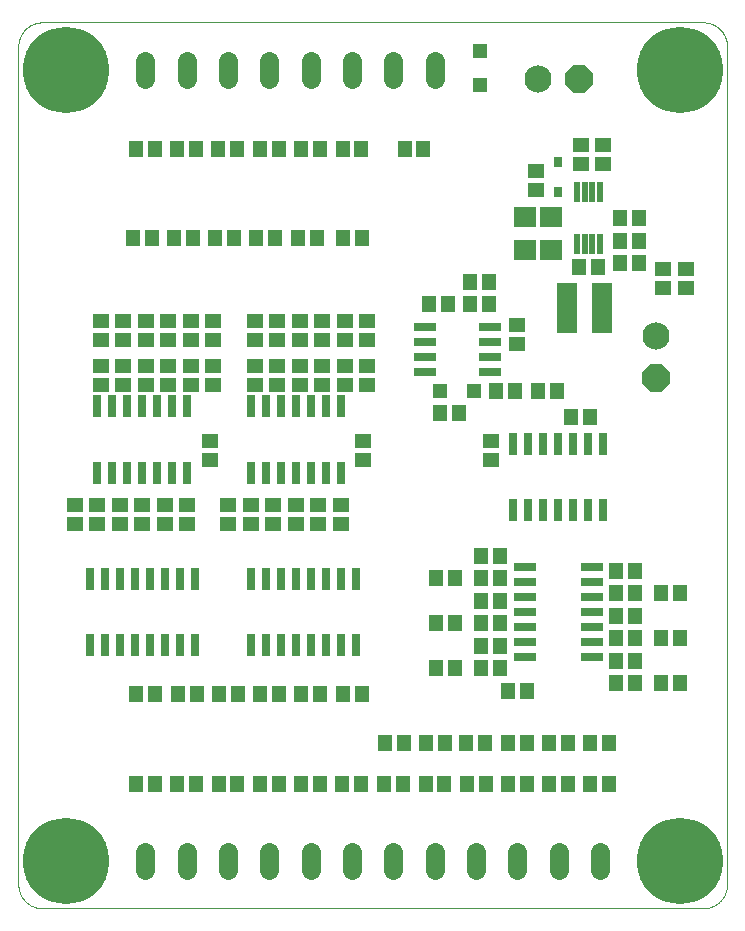
<source format=gts>
G75*
%MOIN*%
%OFA0B0*%
%FSLAX25Y25*%
%IPPOS*%
%LPD*%
%AMOC8*
5,1,8,0,0,1.08239X$1,22.5*
%
%ADD10C,0.00400*%
%ADD11R,0.04731X0.05518*%
%ADD12R,0.02172X0.06896*%
%ADD13R,0.06699X0.16935*%
%ADD14R,0.05518X0.04731*%
%ADD15R,0.07487X0.06699*%
%ADD16R,0.04731X0.04731*%
%ADD17C,0.09061*%
%ADD18OC8,0.09061*%
%ADD19R,0.03156X0.07290*%
%ADD20R,0.02762X0.03550*%
%ADD21C,0.06337*%
%ADD22R,0.07290X0.03156*%
%ADD23C,0.28746*%
D10*
X0001394Y0009268D02*
X0001394Y0288795D01*
X0001396Y0288985D01*
X0001403Y0289175D01*
X0001415Y0289365D01*
X0001431Y0289555D01*
X0001451Y0289744D01*
X0001477Y0289933D01*
X0001506Y0290121D01*
X0001541Y0290308D01*
X0001580Y0290494D01*
X0001623Y0290679D01*
X0001671Y0290864D01*
X0001723Y0291047D01*
X0001779Y0291228D01*
X0001840Y0291408D01*
X0001906Y0291587D01*
X0001975Y0291764D01*
X0002049Y0291940D01*
X0002127Y0292113D01*
X0002210Y0292285D01*
X0002296Y0292454D01*
X0002386Y0292622D01*
X0002481Y0292787D01*
X0002579Y0292950D01*
X0002682Y0293110D01*
X0002788Y0293268D01*
X0002898Y0293423D01*
X0003011Y0293576D01*
X0003129Y0293726D01*
X0003250Y0293872D01*
X0003374Y0294016D01*
X0003502Y0294157D01*
X0003633Y0294295D01*
X0003768Y0294430D01*
X0003906Y0294561D01*
X0004047Y0294689D01*
X0004191Y0294813D01*
X0004337Y0294934D01*
X0004487Y0295052D01*
X0004640Y0295165D01*
X0004795Y0295275D01*
X0004953Y0295381D01*
X0005113Y0295484D01*
X0005276Y0295582D01*
X0005441Y0295677D01*
X0005609Y0295767D01*
X0005778Y0295853D01*
X0005950Y0295936D01*
X0006123Y0296014D01*
X0006299Y0296088D01*
X0006476Y0296157D01*
X0006655Y0296223D01*
X0006835Y0296284D01*
X0007016Y0296340D01*
X0007199Y0296392D01*
X0007384Y0296440D01*
X0007569Y0296483D01*
X0007755Y0296522D01*
X0007942Y0296557D01*
X0008130Y0296586D01*
X0008319Y0296612D01*
X0008508Y0296632D01*
X0008698Y0296648D01*
X0008888Y0296660D01*
X0009078Y0296667D01*
X0009268Y0296669D01*
X0229740Y0296669D01*
X0229930Y0296667D01*
X0230120Y0296660D01*
X0230310Y0296648D01*
X0230500Y0296632D01*
X0230689Y0296612D01*
X0230878Y0296586D01*
X0231066Y0296557D01*
X0231253Y0296522D01*
X0231439Y0296483D01*
X0231624Y0296440D01*
X0231809Y0296392D01*
X0231992Y0296340D01*
X0232173Y0296284D01*
X0232353Y0296223D01*
X0232532Y0296157D01*
X0232709Y0296088D01*
X0232885Y0296014D01*
X0233058Y0295936D01*
X0233230Y0295853D01*
X0233399Y0295767D01*
X0233567Y0295677D01*
X0233732Y0295582D01*
X0233895Y0295484D01*
X0234055Y0295381D01*
X0234213Y0295275D01*
X0234368Y0295165D01*
X0234521Y0295052D01*
X0234671Y0294934D01*
X0234817Y0294813D01*
X0234961Y0294689D01*
X0235102Y0294561D01*
X0235240Y0294430D01*
X0235375Y0294295D01*
X0235506Y0294157D01*
X0235634Y0294016D01*
X0235758Y0293872D01*
X0235879Y0293726D01*
X0235997Y0293576D01*
X0236110Y0293423D01*
X0236220Y0293268D01*
X0236326Y0293110D01*
X0236429Y0292950D01*
X0236527Y0292787D01*
X0236622Y0292622D01*
X0236712Y0292454D01*
X0236798Y0292285D01*
X0236881Y0292113D01*
X0236959Y0291940D01*
X0237033Y0291764D01*
X0237102Y0291587D01*
X0237168Y0291408D01*
X0237229Y0291228D01*
X0237285Y0291047D01*
X0237337Y0290864D01*
X0237385Y0290679D01*
X0237428Y0290494D01*
X0237467Y0290308D01*
X0237502Y0290121D01*
X0237531Y0289933D01*
X0237557Y0289744D01*
X0237577Y0289555D01*
X0237593Y0289365D01*
X0237605Y0289175D01*
X0237612Y0288985D01*
X0237614Y0288795D01*
X0237614Y0009268D01*
X0237612Y0009078D01*
X0237605Y0008888D01*
X0237593Y0008698D01*
X0237577Y0008508D01*
X0237557Y0008319D01*
X0237531Y0008130D01*
X0237502Y0007942D01*
X0237467Y0007755D01*
X0237428Y0007569D01*
X0237385Y0007384D01*
X0237337Y0007199D01*
X0237285Y0007016D01*
X0237229Y0006835D01*
X0237168Y0006655D01*
X0237102Y0006476D01*
X0237033Y0006299D01*
X0236959Y0006123D01*
X0236881Y0005950D01*
X0236798Y0005778D01*
X0236712Y0005609D01*
X0236622Y0005441D01*
X0236527Y0005276D01*
X0236429Y0005113D01*
X0236326Y0004953D01*
X0236220Y0004795D01*
X0236110Y0004640D01*
X0235997Y0004487D01*
X0235879Y0004337D01*
X0235758Y0004191D01*
X0235634Y0004047D01*
X0235506Y0003906D01*
X0235375Y0003768D01*
X0235240Y0003633D01*
X0235102Y0003502D01*
X0234961Y0003374D01*
X0234817Y0003250D01*
X0234671Y0003129D01*
X0234521Y0003011D01*
X0234368Y0002898D01*
X0234213Y0002788D01*
X0234055Y0002682D01*
X0233895Y0002579D01*
X0233732Y0002481D01*
X0233567Y0002386D01*
X0233399Y0002296D01*
X0233230Y0002210D01*
X0233058Y0002127D01*
X0232885Y0002049D01*
X0232709Y0001975D01*
X0232532Y0001906D01*
X0232353Y0001840D01*
X0232173Y0001779D01*
X0231992Y0001723D01*
X0231809Y0001671D01*
X0231624Y0001623D01*
X0231439Y0001580D01*
X0231253Y0001541D01*
X0231066Y0001506D01*
X0230878Y0001477D01*
X0230689Y0001451D01*
X0230500Y0001431D01*
X0230310Y0001415D01*
X0230120Y0001403D01*
X0229930Y0001396D01*
X0229740Y0001394D01*
X0009268Y0001394D01*
X0009078Y0001396D01*
X0008888Y0001403D01*
X0008698Y0001415D01*
X0008508Y0001431D01*
X0008319Y0001451D01*
X0008130Y0001477D01*
X0007942Y0001506D01*
X0007755Y0001541D01*
X0007569Y0001580D01*
X0007384Y0001623D01*
X0007199Y0001671D01*
X0007016Y0001723D01*
X0006835Y0001779D01*
X0006655Y0001840D01*
X0006476Y0001906D01*
X0006299Y0001975D01*
X0006123Y0002049D01*
X0005950Y0002127D01*
X0005778Y0002210D01*
X0005609Y0002296D01*
X0005441Y0002386D01*
X0005276Y0002481D01*
X0005113Y0002579D01*
X0004953Y0002682D01*
X0004795Y0002788D01*
X0004640Y0002898D01*
X0004487Y0003011D01*
X0004337Y0003129D01*
X0004191Y0003250D01*
X0004047Y0003374D01*
X0003906Y0003502D01*
X0003768Y0003633D01*
X0003633Y0003768D01*
X0003502Y0003906D01*
X0003374Y0004047D01*
X0003250Y0004191D01*
X0003129Y0004337D01*
X0003011Y0004487D01*
X0002898Y0004640D01*
X0002788Y0004795D01*
X0002682Y0004953D01*
X0002579Y0005113D01*
X0002481Y0005276D01*
X0002386Y0005441D01*
X0002296Y0005609D01*
X0002210Y0005778D01*
X0002127Y0005950D01*
X0002049Y0006123D01*
X0001975Y0006299D01*
X0001906Y0006476D01*
X0001840Y0006655D01*
X0001779Y0006835D01*
X0001723Y0007016D01*
X0001671Y0007199D01*
X0001623Y0007384D01*
X0001580Y0007569D01*
X0001541Y0007755D01*
X0001506Y0007942D01*
X0001477Y0008130D01*
X0001451Y0008319D01*
X0001431Y0008508D01*
X0001415Y0008698D01*
X0001403Y0008888D01*
X0001396Y0009078D01*
X0001394Y0009268D01*
D11*
X0040567Y0042732D03*
X0046866Y0042732D03*
X0054346Y0042732D03*
X0060646Y0042732D03*
X0068126Y0042732D03*
X0074425Y0042732D03*
X0081906Y0042732D03*
X0088205Y0042732D03*
X0095685Y0042732D03*
X0101984Y0042732D03*
X0109406Y0042732D03*
X0115705Y0042732D03*
X0123392Y0042732D03*
X0129691Y0042732D03*
X0137112Y0042732D03*
X0143411Y0042732D03*
X0150833Y0042732D03*
X0157132Y0042732D03*
X0164553Y0042732D03*
X0170852Y0042732D03*
X0178274Y0042732D03*
X0184573Y0042732D03*
X0191994Y0042732D03*
X0198293Y0042732D03*
X0198293Y0056394D03*
X0191994Y0056394D03*
X0184543Y0056394D03*
X0178244Y0056394D03*
X0170793Y0056394D03*
X0164494Y0056394D03*
X0157043Y0056394D03*
X0150744Y0056394D03*
X0143559Y0056581D03*
X0137260Y0056581D03*
X0129809Y0056581D03*
X0123510Y0056581D03*
X0115793Y0072644D03*
X0109494Y0072644D03*
X0102043Y0072644D03*
X0095744Y0072644D03*
X0088293Y0072644D03*
X0081994Y0072644D03*
X0074543Y0072644D03*
X0068244Y0072644D03*
X0060793Y0072644D03*
X0054494Y0072644D03*
X0047043Y0072644D03*
X0040744Y0072644D03*
X0140744Y0081394D03*
X0147043Y0081394D03*
X0155744Y0081394D03*
X0162043Y0081394D03*
X0162043Y0088894D03*
X0155744Y0088894D03*
X0155744Y0096394D03*
X0162043Y0096394D03*
X0162043Y0103894D03*
X0155744Y0103894D03*
X0155744Y0111394D03*
X0162043Y0111394D03*
X0162043Y0118894D03*
X0155744Y0118894D03*
X0147043Y0111394D03*
X0140744Y0111394D03*
X0140744Y0096394D03*
X0147043Y0096394D03*
X0164494Y0073894D03*
X0170793Y0073894D03*
X0200744Y0076394D03*
X0207043Y0076394D03*
X0207043Y0083894D03*
X0200744Y0083894D03*
X0200744Y0091394D03*
X0207043Y0091394D03*
X0207043Y0098894D03*
X0200744Y0098894D03*
X0200744Y0106394D03*
X0207043Y0106394D03*
X0207043Y0113894D03*
X0200744Y0113894D03*
X0215744Y0106394D03*
X0222043Y0106394D03*
X0222043Y0091394D03*
X0215744Y0091394D03*
X0215744Y0076394D03*
X0222043Y0076394D03*
X0192043Y0165144D03*
X0185744Y0165144D03*
X0180793Y0173894D03*
X0174494Y0173894D03*
X0167043Y0173894D03*
X0160744Y0173894D03*
X0148293Y0166394D03*
X0141994Y0166394D03*
X0144543Y0202644D03*
X0138244Y0202644D03*
X0151994Y0202644D03*
X0158293Y0202644D03*
X0158293Y0210144D03*
X0151994Y0210144D03*
X0115793Y0224829D03*
X0109494Y0224829D03*
X0100793Y0224829D03*
X0094494Y0224829D03*
X0087043Y0224829D03*
X0080744Y0224829D03*
X0073293Y0224829D03*
X0066994Y0224829D03*
X0059543Y0224829D03*
X0053244Y0224829D03*
X0045793Y0224829D03*
X0039494Y0224829D03*
X0040626Y0254346D03*
X0046925Y0254346D03*
X0054346Y0254346D03*
X0060646Y0254346D03*
X0068067Y0254346D03*
X0074366Y0254346D03*
X0081906Y0254346D03*
X0088205Y0254346D03*
X0095685Y0254346D03*
X0101984Y0254346D03*
X0109465Y0254346D03*
X0115764Y0254346D03*
X0130134Y0254346D03*
X0136433Y0254346D03*
X0188244Y0215144D03*
X0194543Y0215144D03*
X0201994Y0216394D03*
X0208293Y0216394D03*
X0208293Y0223894D03*
X0208293Y0231394D03*
X0201994Y0231394D03*
X0201994Y0223894D03*
D12*
X0195144Y0222732D03*
X0192644Y0222732D03*
X0190144Y0222732D03*
X0187644Y0222732D03*
X0187644Y0240055D03*
X0190144Y0240055D03*
X0192644Y0240055D03*
X0195144Y0240055D03*
D13*
X0196049Y0201394D03*
X0184238Y0201394D03*
D14*
X0167644Y0195793D03*
X0167644Y0189494D03*
X0158894Y0157043D03*
X0158894Y0150744D03*
X0117644Y0175744D03*
X0117644Y0182043D03*
X0110144Y0182043D03*
X0110144Y0175744D03*
X0102644Y0175744D03*
X0102644Y0182043D03*
X0095144Y0182043D03*
X0095144Y0175744D03*
X0087644Y0175744D03*
X0087644Y0182043D03*
X0080144Y0182043D03*
X0080144Y0175744D03*
X0080144Y0190744D03*
X0080144Y0197043D03*
X0087644Y0197043D03*
X0087644Y0190744D03*
X0095144Y0190744D03*
X0095144Y0197043D03*
X0102644Y0197043D03*
X0102644Y0190744D03*
X0110144Y0190744D03*
X0110144Y0197043D03*
X0117644Y0197043D03*
X0117644Y0190744D03*
X0116394Y0157043D03*
X0116394Y0150744D03*
X0108894Y0135793D03*
X0108894Y0129494D03*
X0101394Y0129494D03*
X0101394Y0135793D03*
X0093894Y0135793D03*
X0093894Y0129494D03*
X0086394Y0129494D03*
X0086394Y0135793D03*
X0078894Y0135793D03*
X0078894Y0129494D03*
X0071394Y0129494D03*
X0071394Y0135793D03*
X0065144Y0150744D03*
X0065144Y0157043D03*
X0066394Y0175744D03*
X0066394Y0182043D03*
X0058894Y0182043D03*
X0058894Y0175744D03*
X0051394Y0175744D03*
X0051394Y0182043D03*
X0043894Y0182043D03*
X0043894Y0175744D03*
X0036394Y0175744D03*
X0036394Y0182043D03*
X0028894Y0182043D03*
X0028894Y0175744D03*
X0028894Y0190744D03*
X0028894Y0197043D03*
X0036394Y0197043D03*
X0036394Y0190744D03*
X0043894Y0190744D03*
X0043894Y0197043D03*
X0051394Y0197043D03*
X0051394Y0190744D03*
X0058894Y0190744D03*
X0058894Y0197043D03*
X0066394Y0197043D03*
X0066394Y0190744D03*
X0057644Y0135793D03*
X0057644Y0129494D03*
X0050144Y0129494D03*
X0050144Y0135793D03*
X0042644Y0135793D03*
X0042644Y0129494D03*
X0035144Y0129494D03*
X0035144Y0135793D03*
X0027644Y0135793D03*
X0027644Y0129494D03*
X0020144Y0129494D03*
X0020144Y0135793D03*
X0173894Y0240744D03*
X0173894Y0247043D03*
X0188894Y0249494D03*
X0188894Y0255793D03*
X0196394Y0255793D03*
X0196394Y0249494D03*
X0216394Y0214543D03*
X0216394Y0208244D03*
X0223894Y0208244D03*
X0223894Y0214543D03*
D15*
X0178894Y0220882D03*
X0170144Y0220882D03*
X0170144Y0231906D03*
X0178894Y0231906D03*
D16*
X0155144Y0275685D03*
X0155144Y0287102D03*
X0153352Y0173894D03*
X0141935Y0173894D03*
D17*
X0213894Y0192033D03*
X0174504Y0277644D03*
D18*
X0188283Y0277644D03*
X0213894Y0178254D03*
D19*
X0196394Y0156266D03*
X0191394Y0156266D03*
X0186394Y0156266D03*
X0181394Y0156266D03*
X0176394Y0156266D03*
X0171394Y0156266D03*
X0166394Y0156266D03*
X0166394Y0134022D03*
X0171394Y0134022D03*
X0176394Y0134022D03*
X0181394Y0134022D03*
X0186394Y0134022D03*
X0191394Y0134022D03*
X0196394Y0134022D03*
X0113894Y0111266D03*
X0108894Y0111266D03*
X0103894Y0111266D03*
X0098894Y0111266D03*
X0093894Y0111266D03*
X0088894Y0111266D03*
X0083894Y0111266D03*
X0078894Y0111266D03*
X0060144Y0111266D03*
X0055144Y0111266D03*
X0050144Y0111266D03*
X0045144Y0111266D03*
X0040144Y0111266D03*
X0035144Y0111266D03*
X0030144Y0111266D03*
X0025144Y0111266D03*
X0025144Y0089022D03*
X0030144Y0089022D03*
X0035144Y0089022D03*
X0040144Y0089022D03*
X0045144Y0089022D03*
X0050144Y0089022D03*
X0055144Y0089022D03*
X0060144Y0089022D03*
X0078894Y0089022D03*
X0083894Y0089022D03*
X0088894Y0089022D03*
X0093894Y0089022D03*
X0098894Y0089022D03*
X0103894Y0089022D03*
X0108894Y0089022D03*
X0113894Y0089022D03*
X0108894Y0146522D03*
X0103894Y0146522D03*
X0098894Y0146522D03*
X0093894Y0146522D03*
X0088894Y0146522D03*
X0083894Y0146522D03*
X0078894Y0146522D03*
X0057644Y0146522D03*
X0052644Y0146522D03*
X0047644Y0146522D03*
X0042644Y0146522D03*
X0037644Y0146522D03*
X0032644Y0146522D03*
X0027644Y0146522D03*
X0027644Y0168766D03*
X0032644Y0168766D03*
X0037644Y0168766D03*
X0042644Y0168766D03*
X0047644Y0168766D03*
X0052644Y0168766D03*
X0057644Y0168766D03*
X0078894Y0168766D03*
X0083894Y0168766D03*
X0088894Y0168766D03*
X0093894Y0168766D03*
X0098894Y0168766D03*
X0103894Y0168766D03*
X0108894Y0168766D03*
D20*
X0181394Y0240222D03*
X0181394Y0250065D03*
D21*
X0140173Y0277953D02*
X0140173Y0283890D01*
X0126394Y0283890D02*
X0126394Y0277953D01*
X0112614Y0277953D02*
X0112614Y0283890D01*
X0098835Y0283890D02*
X0098835Y0277953D01*
X0085055Y0277953D02*
X0085055Y0283890D01*
X0071276Y0283890D02*
X0071276Y0277953D01*
X0057496Y0277953D02*
X0057496Y0283890D01*
X0043717Y0283890D02*
X0043717Y0277953D01*
X0043717Y0020110D02*
X0043717Y0014173D01*
X0057496Y0014173D02*
X0057496Y0020110D01*
X0071276Y0020110D02*
X0071276Y0014173D01*
X0085055Y0014173D02*
X0085055Y0020110D01*
X0098835Y0020110D02*
X0098835Y0014173D01*
X0112614Y0014173D02*
X0112614Y0020110D01*
X0126394Y0020110D02*
X0126394Y0014173D01*
X0140173Y0014173D02*
X0140173Y0020110D01*
X0153953Y0020110D02*
X0153953Y0014173D01*
X0167732Y0014173D02*
X0167732Y0020110D01*
X0181512Y0020110D02*
X0181512Y0014173D01*
X0195291Y0014173D02*
X0195291Y0020110D01*
D22*
X0192516Y0085144D03*
X0192516Y0090144D03*
X0192516Y0095144D03*
X0192516Y0100144D03*
X0192516Y0105144D03*
X0192516Y0110144D03*
X0192516Y0115144D03*
X0170272Y0115144D03*
X0170272Y0110144D03*
X0170272Y0105144D03*
X0170272Y0100144D03*
X0170272Y0095144D03*
X0170272Y0090144D03*
X0170272Y0085144D03*
X0158470Y0180144D03*
X0158470Y0185144D03*
X0158470Y0190144D03*
X0158470Y0195144D03*
X0136817Y0195144D03*
X0136817Y0190144D03*
X0136817Y0185144D03*
X0136817Y0180144D03*
D23*
X0221866Y0280921D03*
X0017142Y0280921D03*
X0017142Y0017142D03*
X0221866Y0017142D03*
M02*

</source>
